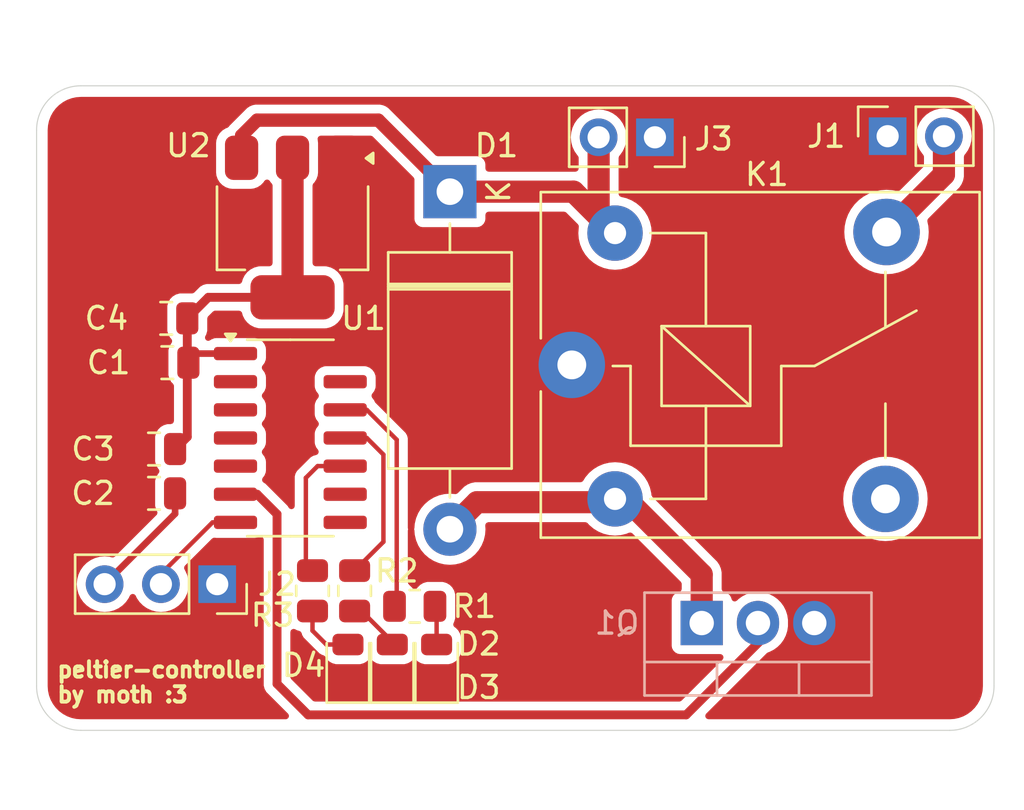
<source format=kicad_pcb>
(kicad_pcb (version 20240108) (generator "pcbnew") (generator_version "8.0")
  (layers (0 "F.Cu" signal) (31 "B.Cu" signal) (34 "B.Paste" user) (35 "F.Paste" user) (36 "B.SilkS" user "B.Silkscreen") (37 "F.SilkS" user "F.Silkscreen") (38 "B.Mask" user) (39 "F.Mask" user) (44 "Edge.Cuts" user))
  (net 0 "")
  (net 1 "GND")
  (net 2 "+5V")
  (net 3 "Net-(D1-A)")
  (net 4 "VCC")
  (net 5 "Net-(D2-A)")
  (net 6 "Net-(D3-A)")
  (net 7 "15V_NC")
  (net 8 "PA6_TEMP_SENSOR")
  (net 10 "RELAY_CTRL")
  (net 11 "PA1_PWR_LED")
  (net 12 "PA2_TEMP_LED")
  (net 15 "PA3_HEATER_LED")
  (net 21 "Net-(D4-A)")
  (footprint "Resistor_SMD:R_0805_2012Metric" (layer "F.Cu") (at 89.3 65.2 90)
    (property "Reference" "R2" (at 0.9 1.9 180) (layer "F.SilkS"))
    (property "Value" "1.5k")
    (fp_line (start -0.227064 -0.735) (end 0.227064 -0.735) (stroke (width 0.12)) (layer "F.SilkS"))
    (fp_line (start -0.227064 0.735) (end 0.227064 0.735) (stroke (width 0.12)) (layer "F.SilkS"))
    (pad "1" smd roundrect (at -0.9125 0 90) (size 1.025 1.4) (layers "F.Cu" "F.Paste" "F.Mask") (roundrect_rratio 0.243902) (net 6 "Net-(D3-A)"))
    (pad "2" smd roundrect (at 0.9125 0 90) (size 1.025 1.4) (layers "F.Cu" "F.Paste" "F.Mask") (roundrect_rratio 0.243902) (net 12 "PA2_TEMP_LED"))
  )
  (footprint "Capacitor_SMD:C_0805_2012Metric" (layer "F.Cu") (at 80.250001 60.8 180)
    (property "Reference" "C2" (at 2.750001 0 360) (layer "F.SilkS"))
    (property "Value" "10u")
    (fp_line (start -0.261253 0.735) (end 0.261253 0.735) (stroke (width 0.12)) (layer "F.SilkS"))
    (fp_line (start -0.261253 -0.735) (end 0.261253 -0.735) (stroke (width 0.12)) (layer "F.SilkS"))
    (pad "1" smd roundrect (at -0.949999 0 180) (size 1 1.45) (layers "F.Cu" "F.Paste" "F.Mask") (net 2 "+5V"))
    (pad "2" smd roundrect (at 0.949999 0 180) (size 1 1.45) (layers "F.Cu" "F.Paste" "F.Mask") (net 1 "GND"))
  )
  (footprint "Package_TO_SOT_SMD:SOT-223-3_TabPin2" (layer "F.Cu") (at 86.5 48.8 -90)
    (property "Reference" "U2" (at -3.7 4.7 180) (layer "F.SilkS"))
    (property "Value" "AMS1117-3.3")
    (fp_line (start -1.85 3.410001) (end 1.91 3.41) (stroke (width 0.12)) (layer "F.SilkS"))
    (fp_line (start 1.91 3.41) (end 1.91 2.150001) (stroke (width 0.12)) (layer "F.SilkS"))
    (fp_line (start 1.91 -3.41) (end 1.91 -2.150001) (stroke (width 0.12)) (layer "F.SilkS"))
    (fp_line (start -1.85 -3.410001) (end 1.91 -3.41) (stroke (width 0.12)) (layer "F.SilkS"))
    (fp_poly (pts (xy -3.13 -3.31) (xy -3.37 -3.64) (xy -2.89 -3.64) (xy -3.13 -3.31)) (stroke (width 0.12)) (fill solid) (layer "F.SilkS"))
    (pad "1" smd roundrect (at -3.15 -2.3 270) (size 2 1.5) (layers "F.Cu" "F.Paste" "F.Mask") (net 1 "GND"))
    (pad "2" smd roundrect (at -3.149999 0 270) (size 2 1.5) (layers "F.Cu" "F.Paste" "F.Mask") (net 2 "+5V"))
    (pad "2" smd roundrect (at 3.149999 0 270) (size 2 3.8) (layers "F.Cu" "F.Paste" "F.Mask") (net 2 "+5V"))
    (pad "3" smd roundrect (at -3.15 2.3 270) (size 2 1.5) (layers "F.Cu" "F.Paste" "F.Mask") (net 4 "VCC"))
  )
  (footprint "Package_SO:SOIC-14_3.9x8.7mm_P1.27mm" (layer "F.Cu") (at 86.4 58.3)
    (property "Reference" "U1" (at 3.3 -5.4 0) (layer "F.SilkS"))
    (property "Value" "ATtiny84A-SS")
    (fp_line (start 0 -4.435) (end -1.95 -4.435) (stroke (width 0.12)) (layer "F.SilkS"))
    (fp_line (start 0 -4.435) (end 1.95 -4.435) (stroke (width 0.12)) (layer "F.SilkS"))
    (fp_line (start 0 4.435) (end -1.95 4.435) (stroke (width 0.12)) (layer "F.SilkS"))
    (fp_line (start 0 4.435) (end 1.95 4.435) (stroke (width 0.12)) (layer "F.SilkS"))
    (fp_poly (pts (xy -2.7 -4.37) (xy -2.94 -4.7) (xy -2.46 -4.7) (xy -2.7 -4.37)) (stroke (width 0.12)) (fill solid) (layer "F.SilkS"))
    (pad "1" smd roundrect (at -2.475 -3.81) (size 1.95 0.6) (layers "F.Cu" "F.Paste" "F.Mask") (net 2 "+5V"))
    (pad "2" smd roundrect (at -2.475 -2.54) (size 1.95 0.6) (layers "F.Cu" "F.Paste" "F.Mask"))
    (pad "3" smd roundrect (at -2.475 -1.27) (size 1.95 0.6) (layers "F.Cu" "F.Paste" "F.Mask"))
    (pad "4" smd roundrect (at -2.475 0) (size 1.95 0.6) (layers "F.Cu" "F.Paste" "F.Mask"))
    (pad "5" smd roundrect (at -2.475 1.27) (size 1.95 0.6) (layers "F.Cu" "F.Paste" "F.Mask"))
    (pad "6" smd roundrect (at -2.475 2.54) (size 1.95 0.6) (layers "F.Cu" "F.Paste" "F.Mask") (net 10 "RELAY_CTRL"))
    (pad "7" smd roundrect (at -2.475 3.81) (size 1.95 0.6) (layers "F.Cu" "F.Paste" "F.Mask") (net 8 "PA6_TEMP_SENSOR"))
    (pad "8" smd roundrect (at 2.475 3.81) (size 1.95 0.6) (layers "F.Cu" "F.Paste" "F.Mask"))
    (pad "9" smd roundrect (at 2.475 2.54) (size 1.95 0.6) (layers "F.Cu" "F.Paste" "F.Mask"))
    (pad "10" smd roundrect (at 2.475 1.27) (size 1.95 0.6) (layers "F.Cu" "F.Paste" "F.Mask") (net 15 "PA3_HEATER_LED"))
    (pad "11" smd roundrect (at 2.475 0) (size 1.95 0.6) (layers "F.Cu" "F.Paste" "F.Mask") (net 12 "PA2_TEMP_LED"))
    (pad "12" smd roundrect (at 2.475 -1.27) (size 1.95 0.6) (layers "F.Cu" "F.Paste" "F.Mask") (net 11 "PA1_PWR_LED"))
    (pad "13" smd roundrect (at 2.475 -2.54) (size 1.95 0.6) (layers "F.Cu" "F.Paste" "F.Mask"))
    (pad "14" smd roundrect (at 2.475 -3.81) (size 1.95 0.6) (layers "F.Cu" "F.Paste" "F.Mask") (net 1 "GND"))
  )
  (footprint "Connector_PinSocket_2.54mm:PinSocket_1x02_P2.54mm_Vertical" (layer "F.Cu") (at 113.35 44.675 90)
    (property "Reference" "J1" (at 0 -2.77 180) (layer "F.SilkS"))
    (property "Value" "Peltier_Terminal")
    (fp_line (start 1.33 -1.33) (end 1.33 0) (stroke (width 0.12)) (layer "F.SilkS"))
    (fp_line (start 0 -1.33) (end 1.33 -1.33) (stroke (width 0.12)) (layer "F.SilkS"))
    (fp_line (start 1.33 1.270001) (end 1.33 3.87) (stroke (width 0.12)) (layer "F.SilkS"))
    (fp_line (start -1.33 1.270001) (end 1.33 1.270001) (stroke (width 0.12)) (layer "F.SilkS"))
    (fp_line (start -1.33 1.270001) (end -1.33 3.87) (stroke (width 0.12)) (layer "F.SilkS"))
    (fp_line (start -1.33 3.87) (end 1.33 3.87) (stroke (width 0.12)) (layer "F.SilkS"))
    (pad "1" thru_hole rect (at 0 0 90) (size 1.7 1.7) (drill 1) (layers "*.Cu" "*.Mask") (net 1 "GND"))
    (pad "2" thru_hole oval (at 0 2.54 90) (size 1.7 1.7) (drill 1) (layers "*.Cu" "*.Mask") (net 7 "15V_NC"))
  )
  (footprint "Resistor_SMD:R_0805_2012Metric" (layer "F.Cu") (at 92.0125 65.9 180)
    (property "Reference" "R1" (at -2.6875 0 360) (layer "F.SilkS"))
    (property "Value" "1.5k")
    (fp_line (start -0.227064 0.735) (end 0.227064 0.735) (stroke (width 0.12)) (layer "F.SilkS"))
    (fp_line (start -0.227064 -0.735) (end 0.227064 -0.735) (stroke (width 0.12)) (layer "F.SilkS"))
    (pad "1" smd roundrect (at -0.9125 0 180) (size 1.025 1.4) (layers "F.Cu" "F.Paste" "F.Mask") (roundrect_rratio 0.243902) (net 5 "Net-(D2-A)"))
    (pad "2" smd roundrect (at 0.9125 0 180) (size 1.025 1.4) (layers "F.Cu" "F.Paste" "F.Mask") (roundrect_rratio 0.243902) (net 11 "PA1_PWR_LED"))
  )
  (footprint "LED_SMD:LED_0805_2012Metric" (layer "F.Cu") (at 91 68.562499 90)
    (property "Reference" "D3" (at -1 3.9 360) (layer "F.SilkS"))
    (property "Value" "TEMP_REACH_LED")
    (fp_line (start 1 -0.96) (end -1.684999 -0.96) (stroke (width 0.12)) (layer "F.SilkS"))
    (fp_line (start -1.684999 -0.96) (end -1.684999 0.96) (stroke (width 0.12)) (layer "F.SilkS"))
    (fp_line (start -1.684999 0.96) (end 1 0.96) (stroke (width 0.12)) (layer "F.SilkS"))
    (pad "1" smd roundrect (at -0.937501 0 90) (size 0.975 1.4) (layers "F.Cu" "F.Paste" "F.Mask") (net 1 "GND"))
    (pad "2" smd roundrect (at 0.937501 0 90) (size 0.975 1.4) (layers "F.Cu" "F.Paste" "F.Mask") (net 6 "Net-(D3-A)"))
  )
  (footprint "Connector_PinSocket_2.54mm:PinSocket_1x03_P2.54mm_Vertical" (layer "F.Cu") (at 83.1 64.9 -90)
    (property "Reference" "J2" (at 0 -2.7 360) (layer "F.SilkS"))
    (property "Value" "Conn_01x03_Pin")
    (fp_line (start -1.33 6.409999) (end 1.33 6.409999) (stroke (width 0.12)) (layer "F.SilkS"))
    (fp_line (start -1.33 1.270001) (end -1.33 6.409999) (stroke (width 0.12)) (layer "F.SilkS"))
    (fp_line (start -1.33 1.270001) (end 1.33 1.270001) (stroke (width 0.12)) (layer "F.SilkS"))
    (fp_line (start 1.33 1.270001) (end 1.33 6.409999) (stroke (width 0.12)) (layer "F.SilkS"))
    (fp_line (start 0 -1.33) (end 1.33 -1.33) (stroke (width 0.12)) (layer "F.SilkS"))
    (fp_line (start 1.33 -1.33) (end 1.33 0) (stroke (width 0.12)) (layer "F.SilkS"))
    (pad "1" thru_hole rect (at 0 0 270) (size 1.7 1.7) (drill 1) (layers "*.Cu" "*.Mask") (net 1 "GND"))
    (pad "2" thru_hole oval (at 0 2.54 270) (size 1.7 1.7) (drill 1) (layers "*.Cu" "*.Mask") (net 8 "PA6_TEMP_SENSOR"))
    (pad "3" thru_hole oval (at 0 5.079999 270) (size 1.7 1.7) (drill 1) (layers "*.Cu" "*.Mask") (net 2 "+5V"))
  )
  (footprint "Relay_THT:Relay_SPDT_SANYOU_SRD_Series_Form_C" (layer "F.Cu") (at 99.1 55)
    (property "Reference" "K1" (at 8.8 -8.6 0) (layer "F.SilkS"))
    (property "Value" "SANYOU_SRD_Form_C")
    (fp_line (start -1.4 -7.8) (end -1.4 -1.2) (stroke (width 0.12)) (layer "F.SilkS"))
    (fp_line (start -1.4 -7.8) (end 18.4 -7.8) (stroke (width 0.12)) (layer "F.SilkS"))
    (fp_line (start -1.4 1.2) (end -1.4 7.8) (stroke (width 0.12)) (layer "F.SilkS"))
    (fp_line (start 2.65 0.05) (end 1.85 0.05) (stroke (width 0.12)) (layer "F.SilkS"))
    (fp_line (start 2.65 0.05) (end 2.65 3.65) (stroke (width 0.12)) (layer "F.SilkS"))
    (fp_line (start 3.55 6.05) (end 6.05 6.05) (stroke (width 0.12)) (layer "F.SilkS"))
    (fp_line (start 4.05 -1.75) (end 8.05 -1.75) (stroke (width 0.12)) (layer "F.SilkS"))
    (fp_line (start 4.05 1.85) (end 4.05 -1.75) (stroke (width 0.12)) (layer "F.SilkS"))
    (fp_line (start 6.05 -5.95) (end 3.55 -5.95) (stroke (width 0.12)) (layer "F.SilkS"))
    (fp_line (start 6.05 -5.95) (end 6.05 -1.75) (stroke (width 0.12)) (layer "F.SilkS"))
    (fp_line (start 6.05 1.85) (end 6.05 6.05) (stroke (width 0.12)) (layer "F.SilkS"))
    (fp_line (start 8.05 -1.75) (end 8.05 1.85) (stroke (width 0.12)) (layer "F.SilkS"))
    (fp_line (start 8.05 1.85) (end 4.05 -1.75) (stroke (width 0.12)) (layer "F.SilkS"))
    (fp_line (start 8.05 1.85) (end 4.05 1.85) (stroke (width 0.12)) (layer "F.SilkS"))
    (fp_line (start 9.45 0.05) (end 9.45 3.65) (stroke (width 0.12)) (layer "F.SilkS"))
    (fp_line (start 9.45 0.05) (end 10.95 0.05) (stroke (width 0.12)) (layer "F.SilkS"))
    (fp_line (start 9.45 3.65) (end 2.65 3.65) (stroke (width 0.12)) (layer "F.SilkS"))
    (fp_line (start 10.95 0.05) (end 15.55 -2.45) (stroke (width 0.12)) (layer "F.SilkS"))
    (fp_line (start 14.15 -4.2) (end 14.15 -1.7) (stroke (width 0.12)) (layer "F.SilkS"))
    (fp_line (start 14.15 4.2) (end 14.15 1.75) (stroke (width 0.12)) (layer "F.SilkS"))
    (fp_line (start 18.4 -7.8) (end 18.4 7.8) (stroke (width 0.12)) (layer "F.SilkS"))
    (fp_line (start 18.4 7.8) (end -1.4 7.8) (stroke (width 0.12)) (layer "F.SilkS"))
    (pad "1" thru_hole circle (at 0 0 90) (size 3 3) (drill 1.3) (layers "*.Cu" "*.Mask") (net 1 "GND"))
    (pad "2" thru_hole circle (at 1.95 6.05 90) (size 2.5 2.5) (drill 1) (layers "*.Cu" "*.Mask") (net 3 "Net-(D1-A)"))
    (pad "3" thru_hole circle (at 14.15 6.05 90) (size 3 3) (drill 1.3) (layers "*.Cu" "*.Mask"))
    (pad "4" thru_hole circle (at 14.2 -6 90) (size 3 3) (drill 1.3) (layers "*.Cu" "*.Mask") (net 7 "15V_NC"))
    (pad "5" thru_hole circle (at 1.95 -5.95 90) (size 2.5 2.5) (drill 1) (layers "*.Cu" "*.Mask") (net 4 "VCC"))
  )
  (footprint "LED_SMD:LED_0805_2012Metric" (layer "F.Cu") (at 89 68.562499 90)
    (property "Reference" "D4" (at 0 -2 360) (layer "F.SilkS"))
    (property "Value" "HEATING_LED")
    (fp_line (start 1 -0.96) (end -1.684999 -0.96) (stroke (width 0.12)) (layer "F.SilkS"))
    (fp_line (start -1.684999 -0.96) (end -1.684999 0.96) (stroke (width 0.12)) (layer "F.SilkS"))
    (fp_line (start -1.684999 0.96) (end 1 0.96) (stroke (width 0.12)) (layer "F.SilkS"))
    (pad "1" smd roundrect (at -0.937501 0 90) (size 0.975 1.4) (layers "F.Cu" "F.Paste" "F.Mask") (net 1 "GND"))
    (pad "2" smd roundrect (at 0.937501 0 90) (size 0.975 1.4) (layers "F.Cu" "F.Paste" "F.Mask") (net 21 "Net-(D4-A)"))
  )
  (footprint "Capacitor_SMD:C_0805_2012Metric" (layer "F.Cu") (at 80.849999 54.9 180)
    (property "Reference" "C1" (at 2.649999 0 360) (layer "F.SilkS"))
    (property "Value" "1u")
    (fp_line (start -0.261253 0.735) (end 0.261253 0.735) (stroke (width 0.12)) (layer "F.SilkS"))
    (fp_line (start -0.261253 -0.735) (end 0.261253 -0.735) (stroke (width 0.12)) (layer "F.SilkS"))
    (pad "1" smd roundrect (at -0.949999 0 180) (size 1 1.45) (layers "F.Cu" "F.Paste" "F.Mask") (net 2 "+5V"))
    (pad "2" smd roundrect (at 0.949999 0 180) (size 1 1.45) (layers "F.Cu" "F.Paste" "F.Mask") (net 1 "GND"))
  )
  (footprint "Capacitor_SMD:C_0805_2012Metric" (layer "F.Cu") (at 80.8 52.9 180)
    (property "Reference" "C4" (at 2.7 0 360) (layer "F.SilkS"))
    (property "Value" "10u")
    (fp_line (start -0.261253 0.735) (end 0.261253 0.735) (stroke (width 0.12)) (layer "F.SilkS"))
    (fp_line (start -0.261253 -0.735) (end 0.261253 -0.735) (stroke (width 0.12)) (layer "F.SilkS"))
    (pad "1" smd roundrect (at -0.949999 0 180) (size 1 1.45) (layers "F.Cu" "F.Paste" "F.Mask") (net 2 "+5V"))
    (pad "2" smd roundrect (at 0.949999 0 180) (size 1 1.45) (layers "F.Cu" "F.Paste" "F.Mask") (net 1 "GND"))
  )
  (footprint "Resistor_SMD:R_0805_2012Metric" (layer "F.Cu") (at 87.4 65.2 90)
    (property "Reference" "R3" (at -1.1 -1.8 180) (layer "F.SilkS"))
    (property "Value" "1.5k")
    (fp_line (start -0.227064 -0.735) (end 0.227064 -0.735) (stroke (width 0.12)) (layer "F.SilkS"))
    (fp_line (start -0.227064 0.735) (end 0.227064 0.735) (stroke (width 0.12)) (layer "F.SilkS"))
    (pad "1" smd roundrect (at -0.9125 0 90) (size 1.025 1.4) (layers "F.Cu" "F.Paste" "F.Mask") (roundrect_rratio 0.243902) (net 21 "Net-(D4-A)"))
    (pad "2" smd roundrect (at 0.9125 0 90) (size 1.025 1.4) (layers "F.Cu" "F.Paste" "F.Mask") (roundrect_rratio 0.243902) (net 15 "PA3_HEATER_LED"))
  )
  (footprint "LED_SMD:LED_0805_2012Metric" (layer "F.Cu") (at 93 68.562499 90)
    (property "Reference" "D2" (at 0.962499 1.9 180) (layer "F.SilkS"))
    (property "Value" "PWR_LED")
    (fp_line (start 1 -0.96) (end -1.684999 -0.96) (stroke (width 0.12)) (layer "F.SilkS"))
    (fp_line (start -1.684999 -0.96) (end -1.684999 0.96) (stroke (width 0.12)) (layer "F.SilkS"))
    (fp_line (start -1.684999 0.96) (end 1 0.96) (stroke (width 0.12)) (layer "F.SilkS"))
    (pad "1" smd roundrect (at -0.937501 0 90) (size 0.975 1.4) (layers "F.Cu" "F.Paste" "F.Mask") (net 1 "GND"))
    (pad "2" smd roundrect (at 0.937501 0 90) (size 0.975 1.4) (layers "F.Cu" "F.Paste" "F.Mask") (net 5 "Net-(D2-A)"))
  )
  (footprint "Diode_THT:D_DO-27_P15.24mm_Horizontal" (layer "F.Cu") (at 93.6 47.18 -90)
    (property "Reference" "D1" (at -2.08 -2.1 180) (layer "F.SilkS"))
    (property "Value" "D")
    (fp_line (start 2.74 2.785) (end 12.5 2.785) (stroke (width 0.12)) (layer "F.SilkS"))
    (fp_line (start 12.5 2.785) (end 12.5 -2.785) (stroke (width 0.12)) (layer "F.SilkS"))
    (fp_line (start 1.44 0) (end 2.740001 0) (stroke (width 0.12)) (layer "F.SilkS"))
    (fp_line (start 13.800001 0) (end 12.5 0) (stroke (width 0.12)) (layer "F.SilkS"))
    (fp_line (start 4.168 -2.784999) (end 4.168 2.784999) (stroke (width 0.12)) (layer "F.SilkS"))
    (fp_line (start 2.74 -2.785) (end 2.74 2.785) (stroke (width 0.12)) (layer "F.SilkS"))
    (fp_line (start 4.287999 -2.785) (end 4.287999 2.785) (stroke (width 0.12)) (layer "F.SilkS"))
    (fp_line (start 4.408 -2.785) (end 4.408 2.785) (stroke (width 0.12)) (layer "F.SilkS"))
    (fp_line (start 12.5 -2.785) (end 2.74 -2.785) (stroke (width 0.12)) (layer "F.SilkS"))
    (fp_text user "K" (at 0 -2.2 90) (layer "F.SilkS"))
    (pad "1" thru_hole rect (at 0 0 270) (size 2.4 2.4) (drill 1.2) (layers "*.Cu" "*.Mask") (net 4 "VCC"))
    (pad "2" thru_hole oval (at 15.24 0 270) (size 2.4 2.4) (drill 1.2) (layers "*.Cu" "*.Mask") (net 3 "Net-(D1-A)"))
  )
  (footprint "Connector_PinSocket_2.54mm:PinSocket_1x02_P2.54mm_Vertical" (layer "F.Cu") (at 102.85 44.725 -90)
    (property "Reference" "J3" (at 0.075 -2.65 180) (layer "F.SilkS"))
    (property "Value" "PWR_IN_15V")
    (fp_line (start -1.33 3.87) (end 1.33 3.87) (stroke (width 0.12)) (layer "F.SilkS"))
    (fp_line (start -1.33 1.270001) (end -1.33 3.87) (stroke (width 0.12)) (layer "F.SilkS"))
    (fp_line (start -1.33 1.270001) (end 1.33 1.270001) (stroke (width 0.12)) (layer "F.SilkS"))
    (fp_line (start 1.33 1.270001) (end 1.33 3.87) (stroke (width 0.12)) (layer "F.SilkS"))
    (fp_line (start 0 -1.33) (end 1.33 -1.33) (stroke (width 0.12)) (layer "F.SilkS"))
    (fp_line (start 1.33 -1.33) (end 1.33 0) (stroke (width 0.12)) (layer "F.SilkS"))
    (pad "1" thru_hole rect (at 0 0 270) (size 1.7 1.7) (drill 1) (layers "*.Cu" "*.Mask") (net 1 "GND"))
    (pad "2" thru_hole oval (at 0 2.54 270) (size 1.7 1.7) (drill 1) (layers "*.Cu" "*.Mask") (net 4 "VCC"))
  )
  (footprint "Capacitor_SMD:C_0805_2012Metric" (layer "F.Cu") (at 80.249999 58.8 180)
    (property "Reference" "C3" (at 2.749999 0 360) (layer "F.SilkS"))
    (property "Value" "1u")
    (fp_line (start -0.261253 0.735) (end 0.261253 0.735) (stroke (width 0.12)) (layer "F.SilkS"))
    (fp_line (start -0.261253 -0.735) (end 0.261253 -0.735) (stroke (width 0.12)) (layer "F.SilkS"))
    (pad "1" smd roundrect (at -0.949999 0 180) (size 1 1.45) (layers "F.Cu" "F.Paste" "F.Mask") (net 2 "+5V"))
    (pad "2" smd roundrect (at 0.949999 0 180) (size 1 1.45) (layers "F.Cu" "F.Paste" "F.Mask") (net 1 "GND"))
  )
  (footprint "Package_TO_SOT_THT:TO-220-3_Vertical" (layer "B.Cu") (at 104.96 66.655)
    (property "Reference" "Q1" (at -3.820002 0 0) (layer "B.SilkS") (effects (justify mirror)))
    (property "Value" "MJE3055")
    (fp_line (start -2.58 -1.371) (end -2.58 3.27) (stroke (width 0.12)) (layer "B.SilkS"))
    (fp_line (start 0.69 1.76) (end 0.69 3.27) (stroke (width 0.12)) (layer "B.SilkS"))
    (fp_line (start 4.391 1.76) (end 4.391 3.27) (stroke (width 0.12)) (layer "B.SilkS"))
    (fp_line (start 7.66 -1.370999) (end -2.58 -1.371) (stroke (width 0.12)) (layer "B.SilkS"))
    (fp_line (start 7.66 -1.370999) (end 7.66 3.27) (stroke (width 0.12)) (layer "B.SilkS"))
    (fp_line (start 7.66 1.76) (end -2.58 1.759999) (stroke (width 0.12)) (layer "B.SilkS"))
    (fp_line (start 7.66 3.27) (end -2.58 3.27) (stroke (width 0.12)) (layer "B.SilkS"))
    (pad "1" thru_hole rect (at 0 0) (size 1.905 2) (drill 1.1) (layers "*.Cu" "*.Mask") (net 3 "Net-(D1-A)"))
    (pad "2" thru_hole oval (at 2.54 0) (size 1.905 2) (drill 1.1) (layers "*.Cu" "*.Mask") (net 10 "RELAY_CTRL"))
    (pad "3" thru_hole oval (at 5.079999 0) (size 1.905 2) (drill 1.1) (layers "*.Cu" "*.Mask") (net 1 "GND"))
  )
  (gr_line (start 118.15 44.4) (end 118.15 69.5) (stroke (width 0.05)) (layer "Edge.Cuts"))
  (gr_line (start 116.15 71.5) (end 76.95 71.5) (stroke (width 0.05)) (layer "Edge.Cuts"))
  (gr_arc (start 74.95 44.4) (mid 75.535786 42.985786) (end 76.95 42.4) (stroke (width 0.05)) (layer "Edge.Cuts"))
  (gr_line (start 76.95 42.4) (end 116.15 42.4) (stroke (width 0.05)) (layer "Edge.Cuts"))
  (gr_line (start 74.95 69.5) (end 74.95 44.4) (stroke (width 0.05)) (layer "Edge.Cuts"))
  (gr_arc (start 76.95 71.5) (mid 75.535786 70.914214) (end 74.95 69.5) (stroke (width 0.05)) (layer "Edge.Cuts"))
  (gr_arc (start 118.15 69.5) (mid 117.564214 70.914214) (end 116.15 71.5) (stroke (width 0.05)) (layer "Edge.Cuts"))
  (gr_arc (start 116.15 42.4) (mid 117.564214 42.985786) (end 118.15 44.4) (stroke (width 0.05)) (layer "Edge.Cuts"))
  (gr_text "peltier-controller\nby moth :3" (at 75.8 70.3 0) (layer "F.SilkS") (effects (font (size 0.7 0.7) (thickness 0.175) (bold yes)) (justify left bottom)))
  (segment (start 81.749999 52.9) (end 82.7 51.949999) (width 0.4) (layer "F.Cu") (net 2))
  (segment (start 78.020001 64.9) (end 81.2 61.720001) (width 0.3) (layer "F.Cu") (net 2))
  (segment (start 86.5 45.650001) (end 86.5 51.949999) (width 1) (layer "F.Cu") (net 2))
  (segment (start 81.2 61.720001) (end 81.2 60.8) (width 0.3) (layer "F.Cu") (net 2))
  (segment (start 81.749999 58.249999) (end 81.749999 52.9) (width 0.4) (layer "F.Cu") (net 2))
  (segment (start 82.7 51.949999) (end 86.5 51.949999) (width 0.4) (layer "F.Cu") (net 2))
  (segment (start 82.209998 54.49) (end 81.799998 54.9) (width 0.3) (layer "F.Cu") (net 2))
  (segment (start 83.925 54.49) (end 82.209998 54.49) (width 0.3) (layer "F.Cu") (net 2))
  (segment (start 86.465001 51.949999) (end 86.5 51.949999) (width 0.3) (layer "F.Cu") (net 2))
  (segment (start 81.199998 58.8) (end 81.749999 58.249999) (width 0.4) (layer "F.Cu") (net 2))
  (segment (start 93.6 62.42) (end 94.82 61.2) (width 1) (layer "F.Cu") (net 3))
  (segment (start 101.55 61.05) (end 104.96 64.46) (width 1) (layer "F.Cu") (net 3))
  (segment (start 104.96 64.46) (end 104.96 66.655) (width 1) (layer "F.Cu") (net 3))
  (segment (start 94.82 61.2) (end 100.9 61.2) (width 1) (layer "F.Cu") (net 3))
  (segment (start 100.9 61.2) (end 101.05 61.05) (width 1) (layer "F.Cu") (net 3))
  (segment (start 101.05 61.05) (end 101.55 61.05) (width 1) (layer "F.Cu") (net 3))
  (segment (start 93.6 47.18) (end 99.18 47.18) (width 1) (layer "F.Cu") (net 4))
  (segment (start 84.2 45.65) (end 84.2 44.65) (width 0.6) (layer "F.Cu") (net 4))
  (segment (start 99.18 47.18) (end 101.05 49.05) (width 1) (layer "F.Cu") (net 4))
  (segment (start 100.31 44.725) (end 100.31 48.31) (width 1) (layer "F.Cu") (net 4))
  (segment (start 84.2 44.65) (end 84.9 43.95) (width 0.6) (layer "F.Cu") (net 4))
  (segment (start 90.37 43.95) (end 93.6 47.18) (width 0.6) (layer "F.Cu") (net 4))
  (segment (start 84.9 43.95) (end 90.37 43.95) (width 0.6) (layer "F.Cu") (net 4))
  (segment (start 100.31 48.31) (end 101.05 49.05) (width 1) (layer "F.Cu") (net 4))
  (segment (start 93 65.975) (end 92.925 65.9) (width 0.2) (layer "F.Cu") (net 5))
  (segment (start 93 67.624998) (end 93 65.975) (width 0.2) (layer "F.Cu") (net 5))
  (segment (start 91 67.624998) (end 91 67.5) (width 0.2) (layer "F.Cu") (net 6))
  (segment (start 91 67.5) (end 89.6125 66.1125) (width 0.2) (layer "F.Cu") (net 6))
  (segment (start 89.6125 66.1125) (end 89.3 66.1125) (width 0.2) (layer "F.Cu") (net 6))
  (segment (start 115.89 46.41) (end 113.3 49) (width 1) (layer "F.Cu") (net 7))
  (segment (start 115.89 44.675) (end 115.89 46.41) (width 1) (layer "F.Cu") (net 7))
  (segment (start 80.56 64.9) (end 80.56 64.44) (width 0.2) (layer "F.Cu") (net 8))
  (segment (start 82.89 62.11) (end 83.925 62.11) (width 0.2) (layer "F.Cu") (net 8))
  (segment (start 80.56 64.44) (end 82.89 62.11) (width 0.2) (layer "F.Cu") (net 8))
  (segment (start 84.899999 60.84) (end 85.8 61.740001) (width 0.4) (layer "F.Cu") (net 10))
  (segment (start 87.2 70.8) (end 104.260001 70.8) (width 0.4) (layer "F.Cu") (net 10))
  (segment (start 83.925 60.84) (end 84.899999 60.84) (width 0.4) (layer "F.Cu") (net 10))
  (segment (start 104.260001 70.8) (end 107.560001 67.5) (width 0.4) (layer "F.Cu") (net 10))
  (segment (start 85.8 61.740001) (end 85.8 69.4) (width 0.4) (layer "F.Cu") (net 10))
  (segment (start 85.8 69.4) (end 87.2 70.8) (width 0.4) (layer "F.Cu") (net 10))
  (segment (start 91.2 58.380001) (end 89.849999 57.03) (width 0.2) (layer "F.Cu") (net 11))
  (segment (start 91.2 65.8) (end 91.2 58.380001) (width 0.2) (layer "F.Cu") (net 11))
  (segment (start 89.849999 57.03) (end 88.875 57.03) (width 0.2) (layer "F.Cu") (net 11))
  (segment (start 91.1 65.9) (end 91.2 65.8) (width 0.2) (layer "F.Cu") (net 11))
  (segment (start 91.1 66.1) (end 91 66.2) (width 0.2) (layer "F.Cu") (net 11))
  (segment (start 91.1 65.9) (end 91.1 66.1) (width 0.2) (layer "F.Cu") (net 11))
  (segment (start 89.3 64.2875) (end 90.6 62.9875) (width 0.2) (layer "F.Cu") (net 12))
  (segment (start 89.849999 58.3) (end 88.875 58.3) (width 0.2) (layer "F.Cu") (net 12))
  (segment (start 90.6 62.9875) (end 90.6 59.050001) (width 0.2) (layer "F.Cu") (net 12))
  (segment (start 90.6 59.050001) (end 89.849999 58.3) (width 0.2) (layer "F.Cu") (net 12))
  (segment (start 87.1 60.1) (end 87.63 59.57) (width 0.2) (layer "F.Cu") (net 15))
  (segment (start 87.63 59.57) (end 88.875 59.57) (width 0.2) (layer "F.Cu") (net 15))
  (segment (start 87.4 64.2875) (end 87.1 63.9875) (width 0.2) (layer "F.Cu") (net 15))
  (segment (start 87.1 63.9875) (end 87.1 60.1) (width 0.2) (layer "F.Cu") (net 15))
  (segment (start 88.024998 67.624998) (end 87.4 67) (width 0.2) (layer "F.Cu") (net 21))
  (segment (start 87.4 67) (end 87.4 66.1125) (width 0.2) (layer "F.Cu") (net 21))
  (segment (start 89 67.624998) (end 88.024998 67.624998) (width 0.2) (layer "F.Cu") (net 21))
  (zone (net 1) (net_name "GND") (layer "F.Cu") (connect_pads yes (clearance 0.4)) (min_thickness 0.3) (fill yes (thermal_gap 0.3) (thermal_bridge_width 0.3))
    (polygon (pts (xy 73.3 41) (xy 118.6 41) (xy 118.6 72.7) (xy 73.3 72.7)))
  )
)
</source>
